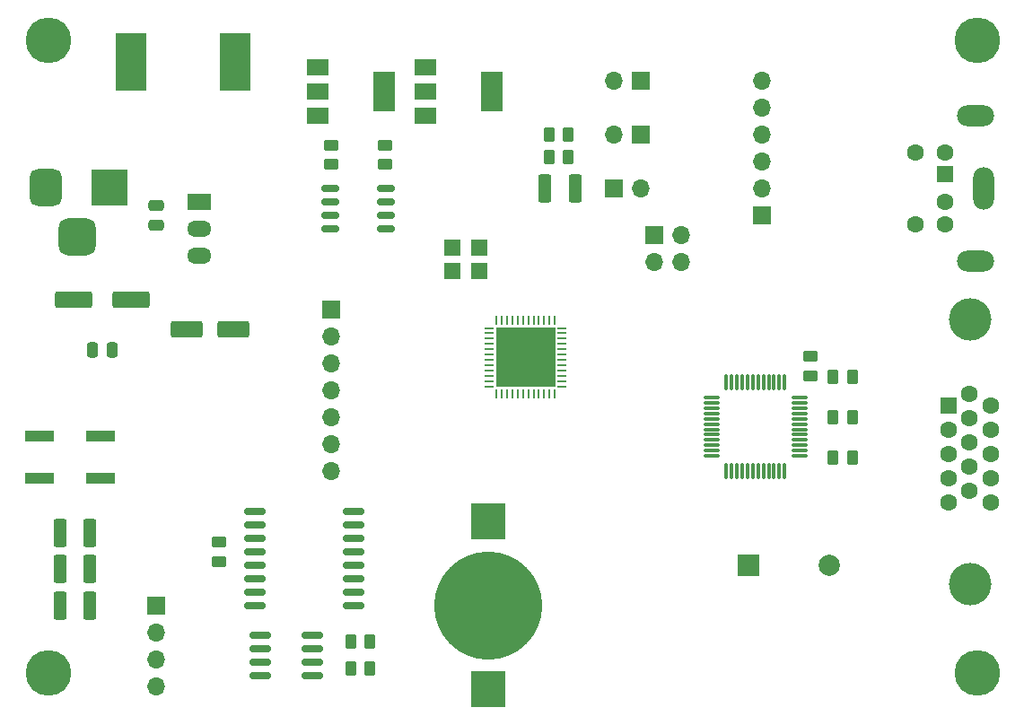
<source format=gbr>
%TF.GenerationSoftware,KiCad,Pcbnew,7.0.9-7.0.9~ubuntu20.04.1*%
%TF.CreationDate,2024-02-01T14:13:27+00:00*%
%TF.ProjectId,ICE40UPDevBoard,49434534-3055-4504-9465-76426f617264,rev?*%
%TF.SameCoordinates,Original*%
%TF.FileFunction,Soldermask,Top*%
%TF.FilePolarity,Negative*%
%FSLAX46Y46*%
G04 Gerber Fmt 4.6, Leading zero omitted, Abs format (unit mm)*
G04 Created by KiCad (PCBNEW 7.0.9-7.0.9~ubuntu20.04.1) date 2024-02-01 14:13:27*
%MOMM*%
%LPD*%
G01*
G04 APERTURE LIST*
G04 Aperture macros list*
%AMRoundRect*
0 Rectangle with rounded corners*
0 $1 Rounding radius*
0 $2 $3 $4 $5 $6 $7 $8 $9 X,Y pos of 4 corners*
0 Add a 4 corners polygon primitive as box body*
4,1,4,$2,$3,$4,$5,$6,$7,$8,$9,$2,$3,0*
0 Add four circle primitives for the rounded corners*
1,1,$1+$1,$2,$3*
1,1,$1+$1,$4,$5*
1,1,$1+$1,$6,$7*
1,1,$1+$1,$8,$9*
0 Add four rect primitives between the rounded corners*
20,1,$1+$1,$2,$3,$4,$5,0*
20,1,$1+$1,$4,$5,$6,$7,0*
20,1,$1+$1,$6,$7,$8,$9,0*
20,1,$1+$1,$8,$9,$2,$3,0*%
G04 Aperture macros list end*
%ADD10R,2.800000X1.000000*%
%ADD11RoundRect,0.150000X-0.675000X-0.150000X0.675000X-0.150000X0.675000X0.150000X-0.675000X0.150000X0*%
%ADD12C,4.300000*%
%ADD13R,1.700000X1.700000*%
%ADD14O,1.700000X1.700000*%
%ADD15RoundRect,0.250000X0.375000X1.075000X-0.375000X1.075000X-0.375000X-1.075000X0.375000X-1.075000X0*%
%ADD16RoundRect,0.250000X0.450000X-0.262500X0.450000X0.262500X-0.450000X0.262500X-0.450000X-0.262500X0*%
%ADD17RoundRect,0.250000X-0.262500X-0.450000X0.262500X-0.450000X0.262500X0.450000X-0.262500X0.450000X0*%
%ADD18RoundRect,0.250000X-1.250000X-0.550000X1.250000X-0.550000X1.250000X0.550000X-1.250000X0.550000X0*%
%ADD19R,2.300000X1.500000*%
%ADD20O,2.300000X1.500000*%
%ADD21RoundRect,0.250000X-0.375000X-1.075000X0.375000X-1.075000X0.375000X1.075000X-0.375000X1.075000X0*%
%ADD22R,2.900000X5.400000*%
%ADD23R,1.600000X1.600000*%
%ADD24C,1.600000*%
%ADD25O,3.500000X2.000000*%
%ADD26O,2.000000X4.000000*%
%ADD27R,2.000000X1.500000*%
%ADD28R,2.000000X3.800000*%
%ADD29RoundRect,0.250000X0.262500X0.450000X-0.262500X0.450000X-0.262500X-0.450000X0.262500X-0.450000X0*%
%ADD30R,1.600000X1.500000*%
%ADD31R,3.300000X3.500000*%
%ADD32C,10.200000*%
%ADD33R,2.000000X2.000000*%
%ADD34C,2.000000*%
%ADD35R,3.500000X3.500000*%
%ADD36RoundRect,0.750000X-0.750000X-1.000000X0.750000X-1.000000X0.750000X1.000000X-0.750000X1.000000X0*%
%ADD37RoundRect,0.875000X-0.875000X-0.875000X0.875000X-0.875000X0.875000X0.875000X-0.875000X0.875000X0*%
%ADD38RoundRect,0.062500X-0.375000X-0.062500X0.375000X-0.062500X0.375000X0.062500X-0.375000X0.062500X0*%
%ADD39RoundRect,0.062500X-0.062500X-0.375000X0.062500X-0.375000X0.062500X0.375000X-0.062500X0.375000X0*%
%ADD40R,5.600000X5.600000*%
%ADD41RoundRect,0.150000X-0.875000X-0.150000X0.875000X-0.150000X0.875000X0.150000X-0.875000X0.150000X0*%
%ADD42RoundRect,0.075000X-0.662500X-0.075000X0.662500X-0.075000X0.662500X0.075000X-0.662500X0.075000X0*%
%ADD43RoundRect,0.075000X-0.075000X-0.662500X0.075000X-0.662500X0.075000X0.662500X-0.075000X0.662500X0*%
%ADD44RoundRect,0.250000X-0.475000X0.250000X-0.475000X-0.250000X0.475000X-0.250000X0.475000X0.250000X0*%
%ADD45RoundRect,0.250000X0.250000X0.475000X-0.250000X0.475000X-0.250000X-0.475000X0.250000X-0.475000X0*%
%ADD46C,4.000000*%
%ADD47RoundRect,0.250000X-0.450000X0.262500X-0.450000X-0.262500X0.450000X-0.262500X0.450000X0.262500X0*%
%ADD48RoundRect,0.250000X1.500000X0.550000X-1.500000X0.550000X-1.500000X-0.550000X1.500000X-0.550000X0*%
%ADD49RoundRect,0.150000X-0.825000X-0.150000X0.825000X-0.150000X0.825000X0.150000X-0.825000X0.150000X0*%
G04 APERTURE END LIST*
D10*
%TO.C,SW1*%
X155342000Y-108490000D03*
X161142000Y-108490000D03*
X155342000Y-112490000D03*
X161142000Y-112490000D03*
%TD*%
D11*
%TO.C,U6*%
X182795000Y-85090000D03*
X182795000Y-86360000D03*
X182795000Y-87630000D03*
X182795000Y-88900000D03*
X188045000Y-88900000D03*
X188045000Y-87630000D03*
X188045000Y-86360000D03*
X188045000Y-85090000D03*
%TD*%
D12*
%TO.C,H3*%
X156210000Y-130810000D03*
%TD*%
D13*
%TO.C,J4*%
X212090000Y-80010000D03*
D14*
X209550000Y-80010000D03*
%TD*%
D15*
%TO.C,D2*%
X205870000Y-85090000D03*
X203070000Y-85090000D03*
%TD*%
D16*
%TO.C,R26*%
X172290000Y-120292500D03*
X172290000Y-118467500D03*
%TD*%
D13*
%TO.C,J7*%
X223520000Y-87630000D03*
D14*
X223520000Y-85090000D03*
X223520000Y-82550000D03*
X223520000Y-80010000D03*
X223520000Y-77470000D03*
X223520000Y-74930000D03*
%TD*%
D17*
%TO.C,R6*%
X230227500Y-106680000D03*
X232052500Y-106680000D03*
%TD*%
D18*
%TO.C,C32*%
X169250000Y-98425000D03*
X173650000Y-98425000D03*
%TD*%
D13*
%TO.C,J8*%
X182880000Y-96520000D03*
D14*
X182880000Y-99060000D03*
X182880000Y-101600000D03*
X182880000Y-104140000D03*
X182880000Y-106680000D03*
X182880000Y-109220000D03*
X182880000Y-111760000D03*
%TD*%
D19*
%TO.C,U8*%
X170419500Y-86360000D03*
D20*
X170419500Y-88900000D03*
X170419500Y-91440000D03*
%TD*%
D13*
%TO.C,J5*%
X212095000Y-74930000D03*
D14*
X209555000Y-74930000D03*
%TD*%
D21*
%TO.C,D3*%
X157286500Y-117602000D03*
X160086500Y-117602000D03*
%TD*%
D17*
%TO.C,R7*%
X230227500Y-110490000D03*
X232052500Y-110490000D03*
%TD*%
D12*
%TO.C,H2*%
X156210000Y-71120000D03*
%TD*%
D22*
%TO.C,L1*%
X163960000Y-73152000D03*
X173860000Y-73152000D03*
%TD*%
D23*
%TO.C,J3*%
X240825000Y-83790000D03*
D24*
X240825000Y-86390000D03*
X240825000Y-81690000D03*
X240825000Y-88490000D03*
X238025000Y-81690000D03*
X238025000Y-88490000D03*
D25*
X243675000Y-91940000D03*
D26*
X244475000Y-85090000D03*
D25*
X243675000Y-78240000D03*
%TD*%
D27*
%TO.C,U4*%
X181610000Y-73660000D03*
X181610000Y-75960000D03*
D28*
X187910000Y-75960000D03*
D27*
X181610000Y-78260000D03*
%TD*%
D29*
%TO.C,R24*%
X186537500Y-127889000D03*
X184712500Y-127889000D03*
%TD*%
%TO.C,R19*%
X205255500Y-82169000D03*
X203430500Y-82169000D03*
%TD*%
D30*
%TO.C,X1*%
X194310000Y-92860000D03*
X196850000Y-92860000D03*
X196850000Y-90660000D03*
X194310000Y-90660000D03*
%TD*%
D29*
%TO.C,R25*%
X186537500Y-130429000D03*
X184712500Y-130429000D03*
%TD*%
D31*
%TO.C,BT1*%
X197690000Y-132360000D03*
X197690000Y-116560000D03*
D32*
X197690000Y-124460000D03*
%TD*%
D33*
%TO.C,SP1*%
X222270000Y-120650000D03*
D34*
X229870000Y-120650000D03*
%TD*%
D35*
%TO.C,CON2*%
X161956000Y-85021500D03*
D36*
X155956000Y-85021500D03*
D37*
X158956000Y-89721500D03*
%TD*%
D21*
%TO.C,D4*%
X157286500Y-121031000D03*
X160086500Y-121031000D03*
%TD*%
D27*
%TO.C,U1*%
X191770000Y-73660000D03*
X191770000Y-75960000D03*
D28*
X198070000Y-75960000D03*
D27*
X191770000Y-78260000D03*
%TD*%
D16*
%TO.C,R4*%
X228092000Y-102766500D03*
X228092000Y-100941500D03*
%TD*%
D12*
%TO.C,H1*%
X243840000Y-71120000D03*
%TD*%
D16*
%TO.C,R23*%
X182880000Y-82827500D03*
X182880000Y-81002500D03*
%TD*%
D38*
%TO.C,U2*%
X197792500Y-98280000D03*
X197792500Y-98780000D03*
X197792500Y-99280000D03*
X197792500Y-99780000D03*
X197792500Y-100280000D03*
X197792500Y-100780000D03*
X197792500Y-101280000D03*
X197792500Y-101780000D03*
X197792500Y-102280000D03*
X197792500Y-102780000D03*
X197792500Y-103280000D03*
X197792500Y-103780000D03*
D39*
X198480000Y-104467500D03*
X198980000Y-104467500D03*
X199480000Y-104467500D03*
X199980000Y-104467500D03*
X200480000Y-104467500D03*
X200980000Y-104467500D03*
X201480000Y-104467500D03*
X201980000Y-104467500D03*
X202480000Y-104467500D03*
X202980000Y-104467500D03*
X203480000Y-104467500D03*
X203980000Y-104467500D03*
D38*
X204667500Y-103780000D03*
X204667500Y-103280000D03*
X204667500Y-102780000D03*
X204667500Y-102280000D03*
X204667500Y-101780000D03*
X204667500Y-101280000D03*
X204667500Y-100780000D03*
X204667500Y-100280000D03*
X204667500Y-99780000D03*
X204667500Y-99280000D03*
X204667500Y-98780000D03*
X204667500Y-98280000D03*
D39*
X203980000Y-97592500D03*
X203480000Y-97592500D03*
X202980000Y-97592500D03*
X202480000Y-97592500D03*
X201980000Y-97592500D03*
X201480000Y-97592500D03*
X200980000Y-97592500D03*
X200480000Y-97592500D03*
X199980000Y-97592500D03*
X199480000Y-97592500D03*
X198980000Y-97592500D03*
X198480000Y-97592500D03*
D40*
X201230000Y-101030000D03*
%TD*%
D12*
%TO.C,H4*%
X243840000Y-130810000D03*
%TD*%
D41*
%TO.C,U3*%
X175690000Y-115570000D03*
X175690000Y-116840000D03*
X175690000Y-118110000D03*
X175690000Y-119380000D03*
X175690000Y-120650000D03*
X175690000Y-121920000D03*
X175690000Y-123190000D03*
X175690000Y-124460000D03*
X184990000Y-124460000D03*
X184990000Y-123190000D03*
X184990000Y-121920000D03*
X184990000Y-120650000D03*
X184990000Y-119380000D03*
X184990000Y-118110000D03*
X184990000Y-116840000D03*
X184990000Y-115570000D03*
%TD*%
D42*
%TO.C,U5*%
X218752500Y-104847500D03*
X218752500Y-105347500D03*
X218752500Y-105847500D03*
X218752500Y-106347500D03*
X218752500Y-106847500D03*
X218752500Y-107347500D03*
X218752500Y-107847500D03*
X218752500Y-108347500D03*
X218752500Y-108847500D03*
X218752500Y-109347500D03*
X218752500Y-109847500D03*
X218752500Y-110347500D03*
D43*
X220165000Y-111760000D03*
X220665000Y-111760000D03*
X221165000Y-111760000D03*
X221665000Y-111760000D03*
X222165000Y-111760000D03*
X222665000Y-111760000D03*
X223165000Y-111760000D03*
X223665000Y-111760000D03*
X224165000Y-111760000D03*
X224665000Y-111760000D03*
X225165000Y-111760000D03*
X225665000Y-111760000D03*
D42*
X227077500Y-110347500D03*
X227077500Y-109847500D03*
X227077500Y-109347500D03*
X227077500Y-108847500D03*
X227077500Y-108347500D03*
X227077500Y-107847500D03*
X227077500Y-107347500D03*
X227077500Y-106847500D03*
X227077500Y-106347500D03*
X227077500Y-105847500D03*
X227077500Y-105347500D03*
X227077500Y-104847500D03*
D43*
X225665000Y-103435000D03*
X225165000Y-103435000D03*
X224665000Y-103435000D03*
X224165000Y-103435000D03*
X223665000Y-103435000D03*
X223165000Y-103435000D03*
X222665000Y-103435000D03*
X222165000Y-103435000D03*
X221665000Y-103435000D03*
X221165000Y-103435000D03*
X220665000Y-103435000D03*
X220165000Y-103435000D03*
%TD*%
D13*
%TO.C,J1*%
X209550000Y-85090000D03*
D14*
X212090000Y-85090000D03*
%TD*%
D13*
%TO.C,J6*%
X213360000Y-89535000D03*
D14*
X215900000Y-89535000D03*
X213360000Y-92075000D03*
X215900000Y-92075000D03*
%TD*%
D21*
%TO.C,D5*%
X157286500Y-124460000D03*
X160086500Y-124460000D03*
%TD*%
D44*
%TO.C,C31*%
X166370000Y-86680000D03*
X166370000Y-88580000D03*
%TD*%
D13*
%TO.C,J9*%
X166370000Y-124460000D03*
D14*
X166370000Y-127000000D03*
X166370000Y-129540000D03*
X166370000Y-132080000D03*
%TD*%
D17*
%TO.C,R3*%
X203430500Y-80010000D03*
X205255500Y-80010000D03*
%TD*%
D45*
%TO.C,C30*%
X162240000Y-100330000D03*
X160340000Y-100330000D03*
%TD*%
D46*
%TO.C,J2*%
X243160669Y-122434669D03*
X243160669Y-97434669D03*
D23*
X241110669Y-105619669D03*
D24*
X241110669Y-107909669D03*
X241110669Y-110199669D03*
X241110669Y-112489669D03*
X241110669Y-114779669D03*
X243090669Y-104474669D03*
X243090669Y-106764669D03*
X243090669Y-109054669D03*
X243090669Y-111344669D03*
X243090669Y-113634669D03*
X245070669Y-105619669D03*
X245070669Y-107909669D03*
X245070669Y-110199669D03*
X245070669Y-112489669D03*
X245070669Y-114779669D03*
%TD*%
D47*
%TO.C,R22*%
X187960000Y-81002500D03*
X187960000Y-82827500D03*
%TD*%
D17*
%TO.C,R1*%
X230227500Y-102870000D03*
X232052500Y-102870000D03*
%TD*%
D48*
%TO.C,C29*%
X163990000Y-95631000D03*
X158590000Y-95631000D03*
%TD*%
D49*
%TO.C,U7*%
X176165000Y-127254000D03*
X176165000Y-128524000D03*
X176165000Y-129794000D03*
X176165000Y-131064000D03*
X181115000Y-131064000D03*
X181115000Y-129794000D03*
X181115000Y-128524000D03*
X181115000Y-127254000D03*
%TD*%
M02*

</source>
